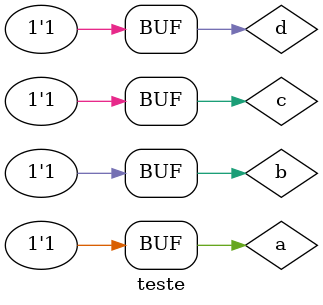
<source format=v>


 module Exer4 (s, a, b, c, d);
 output s;
 input  a, b, c, d;
 wire w0, w1, w2, w3, w4, w5;
 
 nand NAND1 (w0, b, b);
 nand NAND2 (w1, a, a);
 nand NAND3 (w2, d, d);
 nand NAND4 (w3, w0, c);
 nand NAND5 (w4, w1, c, d);
 nand NAND6 (w5, b, a, w2);
 nand NAND7 (s, w3, w4, w5);
   
 endmodule


 module teste;
 reg   a, b, c, d;
 wire  s;
         
 Exer4 circ (s, a, b, c,d);
 
         
 initial begin
     $display("Igor Rodrigues de Oliveira - 380771");
      $display("Guia 8");
		$display("AC - 2010");
      $display("\na  b  c  d  =  s\n");
      $monitor("%b  %b  %b  %b  =  %b", a, b, c, d, s );   
	   a=0;b=0;c=0;d=0;
   #1 a=0;b=0;c=0;d=1;
   #1 a=0;b=0;c=1;d=0;
   #1 a=0;b=0;c=1;d=1;
   #1 a=0;b=1;c=0;d=0;
   #1 a=0;b=1;c=0;d=1;
   #1 a=0;b=1;c=1;d=0;
   #1 a=0;b=1;c=1;d=1;
   #1 a=1;b=0;c=0;d=0;
   #1 a=1;b=0;c=0;d=1;
   #1 a=1;b=0;c=1;d=0;
   #1 a=1;b=0;c=1;d=1;
   #1 a=1;b=1;c=0;d=0;
   #1 a=1;b=1;c=0;d=1;
   #1 a=1;b=1;c=1;d=0;
   #1 a=1;b=1;c=1;d=1;
     

 end

endmodule 

</source>
